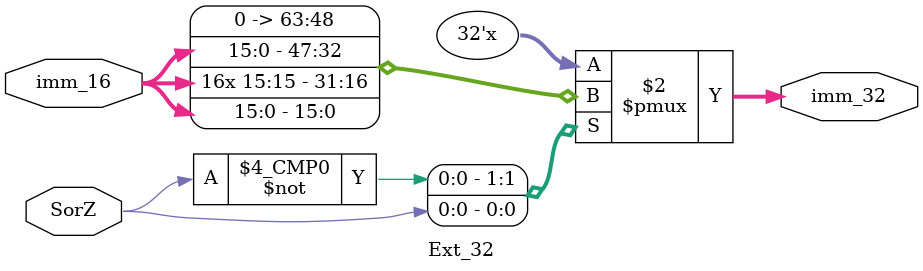
<source format=v>
`timescale 1ns / 1ps
module Ext_32(
	imm_16, SorZ, imm_32
    );
	
input wire [15:0] imm_16;
input wire SorZ; //sign-extend or zero-extend
output reg [31:0] imm_32;

always @* begin
	case (SorZ)
		1'b0: begin //zero-extend
			imm_32 <= {{16'd0}, {imm_16}};
		end
		1'b1: begin //sign-extend
			imm_32 <= {{16{imm_16[15]}}, {imm_16}};
		end
	endcase
end

endmodule

</source>
